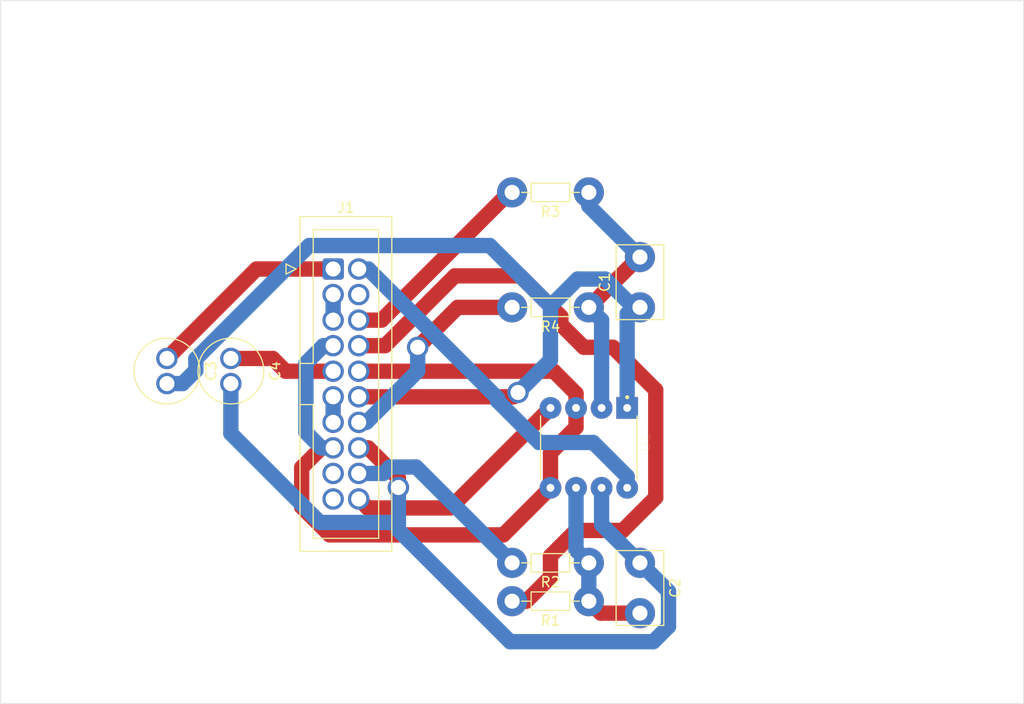
<source format=kicad_pcb>
(kicad_pcb (version 20171130) (host pcbnew "(5.1.9-0-10_14)")

  (general
    (thickness 1.6)
    (drawings 8)
    (tracks 106)
    (zones 0)
    (modules 10)
    (nets 19)
  )

  (page A4)
  (layers
    (0 F.Cu signal)
    (31 B.Cu signal)
    (32 B.Adhes user)
    (33 F.Adhes user)
    (34 B.Paste user)
    (35 F.Paste user)
    (36 B.SilkS user)
    (37 F.SilkS user)
    (38 B.Mask user)
    (39 F.Mask user)
    (40 Dwgs.User user)
    (41 Cmts.User user)
    (42 Eco1.User user)
    (43 Eco2.User user)
    (44 Edge.Cuts user)
    (45 Margin user)
    (46 B.CrtYd user)
    (47 F.CrtYd user)
    (48 B.Fab user)
    (49 F.Fab user)
  )

  (setup
    (last_trace_width 1.524)
    (trace_clearance 0.508)
    (zone_clearance 0.508)
    (zone_45_only no)
    (trace_min 0.2)
    (via_size 2.125)
    (via_drill 1.5)
    (via_min_size 0.4)
    (via_min_drill 0.3)
    (uvia_size 0.3)
    (uvia_drill 0.1)
    (uvias_allowed no)
    (uvia_min_size 0.2)
    (uvia_min_drill 0.1)
    (edge_width 0.05)
    (segment_width 0.2)
    (pcb_text_width 0.3)
    (pcb_text_size 1.5 1.5)
    (mod_edge_width 0.12)
    (mod_text_size 1 1)
    (mod_text_width 0.15)
    (pad_size 1.524 1.524)
    (pad_drill 0.762)
    (pad_to_mask_clearance 0)
    (aux_axis_origin 295.91 829.31)
    (grid_origin 295.91 829.31)
    (visible_elements 7FFFFFFF)
    (pcbplotparams
      (layerselection 0x00000_ffffffff)
      (usegerberextensions false)
      (usegerberattributes true)
      (usegerberadvancedattributes true)
      (creategerberjobfile true)
      (excludeedgelayer true)
      (linewidth 0.100000)
      (plotframeref false)
      (viasonmask false)
      (mode 1)
      (useauxorigin true)
      (hpglpennumber 1)
      (hpglpenspeed 20)
      (hpglpendiameter 15.000000)
      (psnegative false)
      (psa4output false)
      (plotreference false)
      (plotvalue false)
      (plotinvisibletext false)
      (padsonsilk false)
      (subtractmaskfromsilk false)
      (outputformat 1)
      (mirror false)
      (drillshape 0)
      (scaleselection 1)
      (outputdirectory ""))
  )

  (net 0 "")
  (net 1 "Net-(C1-Pad1)")
  (net 2 "Net-(C1-Pad2)")
  (net 3 "Net-(C2-Pad2)")
  (net 4 "Net-(C2-Pad1)")
  (net 5 "Net-(C3-Pad1)")
  (net 6 "Net-(C4-Pad1)")
  (net 7 "Net-(J1-Pad2)")
  (net 8 "Net-(J1-Pad6)")
  (net 9 "Net-(J1-Pad11)")
  (net 10 "Net-(J1-Pad17)")
  (net 11 "Net-(J1-Pad19)")
  (net 12 GND)
  (net 13 "Net-(J1-Pad14)")
  (net 14 "Net-(J1-Pad18)")
  (net 15 "Net-(J1-Pad20)")
  (net 16 "Net-(J1-Pad3)")
  (net 17 "Net-(J1-Pad4)")
  (net 18 "Net-(J1-Pad8)")

  (net_class Default "This is the default net class."
    (clearance 0.508)
    (trace_width 1.524)
    (via_dia 2.125)
    (via_drill 1.5)
    (uvia_dia 0.3)
    (uvia_drill 0.1)
    (add_net GND)
    (add_net "Net-(C1-Pad1)")
    (add_net "Net-(C1-Pad2)")
    (add_net "Net-(C2-Pad1)")
    (add_net "Net-(C2-Pad2)")
    (add_net "Net-(C3-Pad1)")
    (add_net "Net-(C4-Pad1)")
    (add_net "Net-(J1-Pad11)")
    (add_net "Net-(J1-Pad14)")
    (add_net "Net-(J1-Pad17)")
    (add_net "Net-(J1-Pad18)")
    (add_net "Net-(J1-Pad19)")
    (add_net "Net-(J1-Pad2)")
    (add_net "Net-(J1-Pad20)")
    (add_net "Net-(J1-Pad3)")
    (add_net "Net-(J1-Pad4)")
    (add_net "Net-(J1-Pad6)")
    (add_net "Net-(J1-Pad8)")
  )

  (module Capacitor_THT:C_Rect_L7.2mm_W4.5mm_P5.00mm_FKS2_FKP2_MKS2_MKP2 (layer F.Cu) (tedit 608C8B30) (tstamp 607FA680)
    (at 359.41 789.94 90)
    (descr "C, Rect series, Radial, pin pitch=5.00mm, , length*width=7.2*4.5mm^2, Capacitor, http://www.wima.com/EN/WIMA_FKS_2.pdf")
    (tags "C Rect series Radial pin pitch 5.00mm  length 7.2mm width 4.5mm Capacitor")
    (path /60866F30)
    (fp_text reference C1 (at 2.5 -3.5 90) (layer F.SilkS)
      (effects (font (size 1 1) (thickness 0.15)))
    )
    (fp_text value 47pF (at 2.5 3.5 90) (layer F.Fab)
      (effects (font (size 1 1) (thickness 0.15)))
    )
    (fp_line (start 6.35 -2.5) (end -1.35 -2.5) (layer F.CrtYd) (width 0.05))
    (fp_line (start 6.35 2.5) (end 6.35 -2.5) (layer F.CrtYd) (width 0.05))
    (fp_line (start -1.35 2.5) (end 6.35 2.5) (layer F.CrtYd) (width 0.05))
    (fp_line (start -1.35 -2.5) (end -1.35 2.5) (layer F.CrtYd) (width 0.05))
    (fp_line (start 6.22 -2.37) (end 6.22 2.37) (layer F.SilkS) (width 0.12))
    (fp_line (start -1.22 -2.37) (end -1.22 2.37) (layer F.SilkS) (width 0.12))
    (fp_line (start -1.22 2.37) (end 6.22 2.37) (layer F.SilkS) (width 0.12))
    (fp_line (start -1.22 -2.37) (end 6.22 -2.37) (layer F.SilkS) (width 0.12))
    (fp_line (start 6.1 -2.25) (end -1.1 -2.25) (layer F.Fab) (width 0.1))
    (fp_line (start 6.1 2.25) (end 6.1 -2.25) (layer F.Fab) (width 0.1))
    (fp_line (start -1.1 2.25) (end 6.1 2.25) (layer F.Fab) (width 0.1))
    (fp_line (start -1.1 -2.25) (end -1.1 2.25) (layer F.Fab) (width 0.1))
    (fp_text user %R (at 2.5 0 90) (layer F.Fab)
      (effects (font (size 1 1) (thickness 0.15)))
    )
    (pad 2 thru_hole circle (at 5 0 90) (size 3 3) (drill 1.5) (layers *.Cu *.Mask)
      (net 2 "Net-(C1-Pad2)"))
    (pad 1 thru_hole circle (at 0 0 90) (size 3 3) (drill 1.5) (layers *.Cu *.Mask)
      (net 1 "Net-(C1-Pad1)"))
    (model ${KISYS3DMOD}/Capacitor_THT.3dshapes/C_Rect_L7.2mm_W4.5mm_P5.00mm_FKS2_FKP2_MKS2_MKP2.wrl
      (at (xyz 0 0 0))
      (scale (xyz 1 1 1))
      (rotate (xyz 0 0 0))
    )
  )

  (module Capacitor_THT:C_Rect_L7.2mm_W4.5mm_P5.00mm_FKS2_FKP2_MKS2_MKP2 (layer F.Cu) (tedit 608C8B30) (tstamp 607FA29C)
    (at 359.41 815.34 270)
    (descr "C, Rect series, Radial, pin pitch=5.00mm, , length*width=7.2*4.5mm^2, Capacitor, http://www.wima.com/EN/WIMA_FKS_2.pdf")
    (tags "C Rect series Radial pin pitch 5.00mm  length 7.2mm width 4.5mm Capacitor")
    (path /60867446)
    (fp_text reference C2 (at 2.5 -3.5 90) (layer F.SilkS)
      (effects (font (size 1 1) (thickness 0.15)))
    )
    (fp_text value 47pF (at 2.5 3.5 90) (layer F.Fab)
      (effects (font (size 1 1) (thickness 0.15)))
    )
    (fp_line (start 6.35 -2.5) (end -1.35 -2.5) (layer F.CrtYd) (width 0.05))
    (fp_line (start 6.35 2.5) (end 6.35 -2.5) (layer F.CrtYd) (width 0.05))
    (fp_line (start -1.35 2.5) (end 6.35 2.5) (layer F.CrtYd) (width 0.05))
    (fp_line (start -1.35 -2.5) (end -1.35 2.5) (layer F.CrtYd) (width 0.05))
    (fp_line (start 6.22 -2.37) (end 6.22 2.37) (layer F.SilkS) (width 0.12))
    (fp_line (start -1.22 -2.37) (end -1.22 2.37) (layer F.SilkS) (width 0.12))
    (fp_line (start -1.22 2.37) (end 6.22 2.37) (layer F.SilkS) (width 0.12))
    (fp_line (start -1.22 -2.37) (end 6.22 -2.37) (layer F.SilkS) (width 0.12))
    (fp_line (start 6.1 -2.25) (end -1.1 -2.25) (layer F.Fab) (width 0.1))
    (fp_line (start 6.1 2.25) (end 6.1 -2.25) (layer F.Fab) (width 0.1))
    (fp_line (start -1.1 2.25) (end 6.1 2.25) (layer F.Fab) (width 0.1))
    (fp_line (start -1.1 -2.25) (end -1.1 2.25) (layer F.Fab) (width 0.1))
    (fp_text user %R (at 2.5 0 90) (layer F.Fab)
      (effects (font (size 1 1) (thickness 0.15)))
    )
    (pad 2 thru_hole circle (at 5 0 270) (size 3 3) (drill 1.5) (layers *.Cu *.Mask)
      (net 3 "Net-(C2-Pad2)"))
    (pad 1 thru_hole circle (at 0 0 270) (size 3 3) (drill 1.5) (layers *.Cu *.Mask)
      (net 4 "Net-(C2-Pad1)"))
    (model ${KISYS3DMOD}/Capacitor_THT.3dshapes/C_Rect_L7.2mm_W4.5mm_P5.00mm_FKS2_FKP2_MKS2_MKP2.wrl
      (at (xyz 0 0 0))
      (scale (xyz 1 1 1))
      (rotate (xyz 0 0 0))
    )
  )

  (module Resistor_THT:R_Axial_DIN0204_L3.6mm_D1.6mm_P7.62mm_Horizontal (layer F.Cu) (tedit 608C8A4C) (tstamp 607FA636)
    (at 354.33 819.15 180)
    (descr "Resistor, Axial_DIN0204 series, Axial, Horizontal, pin pitch=7.62mm, 0.167W, length*diameter=3.6*1.6mm^2, http://cdn-reichelt.de/documents/datenblatt/B400/1_4W%23YAG.pdf")
    (tags "Resistor Axial_DIN0204 series Axial Horizontal pin pitch 7.62mm 0.167W length 3.6mm diameter 1.6mm")
    (path /607D2DA3)
    (fp_text reference R1 (at 3.81 -1.92) (layer F.SilkS)
      (effects (font (size 1 1) (thickness 0.15)))
    )
    (fp_text value 47K (at 3.81 1.92) (layer F.Fab)
      (effects (font (size 1 1) (thickness 0.15)))
    )
    (fp_line (start 8.57 -1.05) (end -0.95 -1.05) (layer F.CrtYd) (width 0.05))
    (fp_line (start 8.57 1.05) (end 8.57 -1.05) (layer F.CrtYd) (width 0.05))
    (fp_line (start -0.95 1.05) (end 8.57 1.05) (layer F.CrtYd) (width 0.05))
    (fp_line (start -0.95 -1.05) (end -0.95 1.05) (layer F.CrtYd) (width 0.05))
    (fp_line (start 6.68 0) (end 5.73 0) (layer F.SilkS) (width 0.12))
    (fp_line (start 0.94 0) (end 1.89 0) (layer F.SilkS) (width 0.12))
    (fp_line (start 5.73 -0.92) (end 1.89 -0.92) (layer F.SilkS) (width 0.12))
    (fp_line (start 5.73 0.92) (end 5.73 -0.92) (layer F.SilkS) (width 0.12))
    (fp_line (start 1.89 0.92) (end 5.73 0.92) (layer F.SilkS) (width 0.12))
    (fp_line (start 1.89 -0.92) (end 1.89 0.92) (layer F.SilkS) (width 0.12))
    (fp_line (start 7.62 0) (end 5.61 0) (layer F.Fab) (width 0.1))
    (fp_line (start 0 0) (end 2.01 0) (layer F.Fab) (width 0.1))
    (fp_line (start 5.61 -0.8) (end 2.01 -0.8) (layer F.Fab) (width 0.1))
    (fp_line (start 5.61 0.8) (end 5.61 -0.8) (layer F.Fab) (width 0.1))
    (fp_line (start 2.01 0.8) (end 5.61 0.8) (layer F.Fab) (width 0.1))
    (fp_line (start 2.01 -0.8) (end 2.01 0.8) (layer F.Fab) (width 0.1))
    (fp_text user %R (at 3.81 0) (layer F.Fab)
      (effects (font (size 0.72 0.72) (thickness 0.108)))
    )
    (pad 2 thru_hole circle (at 7.62 0 180) (size 3 3) (drill 1.5) (layers *.Cu *.Mask)
      (net 18 "Net-(J1-Pad8)"))
    (pad 1 thru_hole circle (at 0 0 180) (size 3 3) (drill 1.5) (layers *.Cu *.Mask)
      (net 3 "Net-(C2-Pad2)"))
    (model ${KISYS3DMOD}/Resistor_THT.3dshapes/R_Axial_DIN0204_L3.6mm_D1.6mm_P7.62mm_Horizontal.wrl
      (at (xyz 0 0 0))
      (scale (xyz 1 1 1))
      (rotate (xyz 0 0 0))
    )
  )

  (module Resistor_THT:R_Axial_DIN0204_L3.6mm_D1.6mm_P7.62mm_Horizontal (layer F.Cu) (tedit 608C8A4C) (tstamp 607FA5F4)
    (at 354.33 815.34 180)
    (descr "Resistor, Axial_DIN0204 series, Axial, Horizontal, pin pitch=7.62mm, 0.167W, length*diameter=3.6*1.6mm^2, http://cdn-reichelt.de/documents/datenblatt/B400/1_4W%23YAG.pdf")
    (tags "Resistor Axial_DIN0204 series Axial Horizontal pin pitch 7.62mm 0.167W length 3.6mm diameter 1.6mm")
    (path /608A00D1)
    (fp_text reference R2 (at 3.81 -1.92) (layer F.SilkS)
      (effects (font (size 1 1) (thickness 0.15)))
    )
    (fp_text value 22K (at 3.81 1.92) (layer F.Fab)
      (effects (font (size 1 1) (thickness 0.15)))
    )
    (fp_line (start 8.57 -1.05) (end -0.95 -1.05) (layer F.CrtYd) (width 0.05))
    (fp_line (start 8.57 1.05) (end 8.57 -1.05) (layer F.CrtYd) (width 0.05))
    (fp_line (start -0.95 1.05) (end 8.57 1.05) (layer F.CrtYd) (width 0.05))
    (fp_line (start -0.95 -1.05) (end -0.95 1.05) (layer F.CrtYd) (width 0.05))
    (fp_line (start 6.68 0) (end 5.73 0) (layer F.SilkS) (width 0.12))
    (fp_line (start 0.94 0) (end 1.89 0) (layer F.SilkS) (width 0.12))
    (fp_line (start 5.73 -0.92) (end 1.89 -0.92) (layer F.SilkS) (width 0.12))
    (fp_line (start 5.73 0.92) (end 5.73 -0.92) (layer F.SilkS) (width 0.12))
    (fp_line (start 1.89 0.92) (end 5.73 0.92) (layer F.SilkS) (width 0.12))
    (fp_line (start 1.89 -0.92) (end 1.89 0.92) (layer F.SilkS) (width 0.12))
    (fp_line (start 7.62 0) (end 5.61 0) (layer F.Fab) (width 0.1))
    (fp_line (start 0 0) (end 2.01 0) (layer F.Fab) (width 0.1))
    (fp_line (start 5.61 -0.8) (end 2.01 -0.8) (layer F.Fab) (width 0.1))
    (fp_line (start 5.61 0.8) (end 5.61 -0.8) (layer F.Fab) (width 0.1))
    (fp_line (start 2.01 0.8) (end 5.61 0.8) (layer F.Fab) (width 0.1))
    (fp_line (start 2.01 -0.8) (end 2.01 0.8) (layer F.Fab) (width 0.1))
    (fp_text user %R (at 3.81 0) (layer F.Fab)
      (effects (font (size 0.72 0.72) (thickness 0.108)))
    )
    (pad 2 thru_hole circle (at 7.62 0 180) (size 3 3) (drill 1.5) (layers *.Cu *.Mask)
      (net 14 "Net-(J1-Pad18)"))
    (pad 1 thru_hole circle (at 0 0 180) (size 3 3) (drill 1.5) (layers *.Cu *.Mask)
      (net 3 "Net-(C2-Pad2)"))
    (model ${KISYS3DMOD}/Resistor_THT.3dshapes/R_Axial_DIN0204_L3.6mm_D1.6mm_P7.62mm_Horizontal.wrl
      (at (xyz 0 0 0))
      (scale (xyz 1 1 1))
      (rotate (xyz 0 0 0))
    )
  )

  (module Resistor_THT:R_Axial_DIN0204_L3.6mm_D1.6mm_P7.62mm_Horizontal (layer F.Cu) (tedit 608C8A4C) (tstamp 607FA570)
    (at 354.33 789.94 180)
    (descr "Resistor, Axial_DIN0204 series, Axial, Horizontal, pin pitch=7.62mm, 0.167W, length*diameter=3.6*1.6mm^2, http://cdn-reichelt.de/documents/datenblatt/B400/1_4W%23YAG.pdf")
    (tags "Resistor Axial_DIN0204 series Axial Horizontal pin pitch 7.62mm 0.167W length 3.6mm diameter 1.6mm")
    (path /6087FBEE)
    (fp_text reference R4 (at 3.81 -1.92) (layer F.SilkS)
      (effects (font (size 1 1) (thickness 0.15)))
    )
    (fp_text value 22K (at 3.81 1.92) (layer F.Fab)
      (effects (font (size 1 1) (thickness 0.15)))
    )
    (fp_line (start 8.57 -1.05) (end -0.95 -1.05) (layer F.CrtYd) (width 0.05))
    (fp_line (start 8.57 1.05) (end 8.57 -1.05) (layer F.CrtYd) (width 0.05))
    (fp_line (start -0.95 1.05) (end 8.57 1.05) (layer F.CrtYd) (width 0.05))
    (fp_line (start -0.95 -1.05) (end -0.95 1.05) (layer F.CrtYd) (width 0.05))
    (fp_line (start 6.68 0) (end 5.73 0) (layer F.SilkS) (width 0.12))
    (fp_line (start 0.94 0) (end 1.89 0) (layer F.SilkS) (width 0.12))
    (fp_line (start 5.73 -0.92) (end 1.89 -0.92) (layer F.SilkS) (width 0.12))
    (fp_line (start 5.73 0.92) (end 5.73 -0.92) (layer F.SilkS) (width 0.12))
    (fp_line (start 1.89 0.92) (end 5.73 0.92) (layer F.SilkS) (width 0.12))
    (fp_line (start 1.89 -0.92) (end 1.89 0.92) (layer F.SilkS) (width 0.12))
    (fp_line (start 7.62 0) (end 5.61 0) (layer F.Fab) (width 0.1))
    (fp_line (start 0 0) (end 2.01 0) (layer F.Fab) (width 0.1))
    (fp_line (start 5.61 -0.8) (end 2.01 -0.8) (layer F.Fab) (width 0.1))
    (fp_line (start 5.61 0.8) (end 5.61 -0.8) (layer F.Fab) (width 0.1))
    (fp_line (start 2.01 0.8) (end 5.61 0.8) (layer F.Fab) (width 0.1))
    (fp_line (start 2.01 -0.8) (end 2.01 0.8) (layer F.Fab) (width 0.1))
    (fp_text user %R (at 3.81 0) (layer F.Fab)
      (effects (font (size 0.72 0.72) (thickness 0.108)))
    )
    (pad 2 thru_hole circle (at 7.62 0 180) (size 3 3) (drill 1.5) (layers *.Cu *.Mask)
      (net 13 "Net-(J1-Pad14)"))
    (pad 1 thru_hole circle (at 0 0 180) (size 3 3) (drill 1.5) (layers *.Cu *.Mask)
      (net 2 "Net-(C1-Pad2)"))
    (model ${KISYS3DMOD}/Resistor_THT.3dshapes/R_Axial_DIN0204_L3.6mm_D1.6mm_P7.62mm_Horizontal.wrl
      (at (xyz 0 0 0))
      (scale (xyz 1 1 1))
      (rotate (xyz 0 0 0))
    )
  )

  (module Resistor_THT:R_Axial_DIN0204_L3.6mm_D1.6mm_P7.62mm_Horizontal (layer F.Cu) (tedit 608C8A4C) (tstamp 607FA5B2)
    (at 354.33 778.51 180)
    (descr "Resistor, Axial_DIN0204 series, Axial, Horizontal, pin pitch=7.62mm, 0.167W, length*diameter=3.6*1.6mm^2, http://cdn-reichelt.de/documents/datenblatt/B400/1_4W%23YAG.pdf")
    (tags "Resistor Axial_DIN0204 series Axial Horizontal pin pitch 7.62mm 0.167W length 3.6mm diameter 1.6mm")
    (path /607D271B)
    (fp_text reference R3 (at 3.81 -1.92) (layer F.SilkS)
      (effects (font (size 1 1) (thickness 0.15)))
    )
    (fp_text value 47K (at 3.81 1.92) (layer F.Fab)
      (effects (font (size 1 1) (thickness 0.15)))
    )
    (fp_line (start 8.57 -1.05) (end -0.95 -1.05) (layer F.CrtYd) (width 0.05))
    (fp_line (start 8.57 1.05) (end 8.57 -1.05) (layer F.CrtYd) (width 0.05))
    (fp_line (start -0.95 1.05) (end 8.57 1.05) (layer F.CrtYd) (width 0.05))
    (fp_line (start -0.95 -1.05) (end -0.95 1.05) (layer F.CrtYd) (width 0.05))
    (fp_line (start 6.68 0) (end 5.73 0) (layer F.SilkS) (width 0.12))
    (fp_line (start 0.94 0) (end 1.89 0) (layer F.SilkS) (width 0.12))
    (fp_line (start 5.73 -0.92) (end 1.89 -0.92) (layer F.SilkS) (width 0.12))
    (fp_line (start 5.73 0.92) (end 5.73 -0.92) (layer F.SilkS) (width 0.12))
    (fp_line (start 1.89 0.92) (end 5.73 0.92) (layer F.SilkS) (width 0.12))
    (fp_line (start 1.89 -0.92) (end 1.89 0.92) (layer F.SilkS) (width 0.12))
    (fp_line (start 7.62 0) (end 5.61 0) (layer F.Fab) (width 0.1))
    (fp_line (start 0 0) (end 2.01 0) (layer F.Fab) (width 0.1))
    (fp_line (start 5.61 -0.8) (end 2.01 -0.8) (layer F.Fab) (width 0.1))
    (fp_line (start 5.61 0.8) (end 5.61 -0.8) (layer F.Fab) (width 0.1))
    (fp_line (start 2.01 0.8) (end 5.61 0.8) (layer F.Fab) (width 0.1))
    (fp_line (start 2.01 -0.8) (end 2.01 0.8) (layer F.Fab) (width 0.1))
    (fp_text user %R (at 3.81 0) (layer F.Fab)
      (effects (font (size 0.72 0.72) (thickness 0.108)))
    )
    (pad 2 thru_hole circle (at 7.62 0 180) (size 3 3) (drill 1.5) (layers *.Cu *.Mask)
      (net 8 "Net-(J1-Pad6)"))
    (pad 1 thru_hole circle (at 0 0 180) (size 3 3) (drill 1.5) (layers *.Cu *.Mask)
      (net 2 "Net-(C1-Pad2)"))
    (model ${KISYS3DMOD}/Resistor_THT.3dshapes/R_Axial_DIN0204_L3.6mm_D1.6mm_P7.62mm_Horizontal.wrl
      (at (xyz 0 0 0))
      (scale (xyz 1 1 1))
      (rotate (xyz 0 0 0))
    )
  )

  (module Capacitor_THT:C_Radial_D6.3mm_H11.0mm_P2.50mm (layer F.Cu) (tedit 608C8921) (tstamp 608CFD22)
    (at 318.77 795.02 270)
    (descr "C, Radial series, Radial, pin pitch=2.50mm, diameter=6.3mm, height=11mm, Non-Polar Electrolytic Capacitor")
    (tags "C Radial series Radial pin pitch 2.50mm diameter 6.3mm height 11mm Non-Polar Electrolytic Capacitor")
    (path /60817CD0)
    (fp_text reference C4 (at 1.25 -4.4 90) (layer F.SilkS)
      (effects (font (size 1 1) (thickness 0.15)))
    )
    (fp_text value 100uF (at 1.25 4.4 90) (layer F.Fab)
      (effects (font (size 1 1) (thickness 0.15)))
    )
    (fp_circle (center 1.25 0) (end 4.65 0) (layer F.CrtYd) (width 0.05))
    (fp_circle (center 1.25 0) (end 4.52 0) (layer F.SilkS) (width 0.12))
    (fp_circle (center 1.25 0) (end 4.4 0) (layer F.Fab) (width 0.1))
    (fp_text user %R (at 1.25 0 90) (layer F.Fab)
      (effects (font (size 1 1) (thickness 0.15)))
    )
    (pad 2 thru_hole circle (at 2.5 0 270) (size 2.125 2.125) (drill 1.5) (layers *.Cu *.Mask)
      (net 4 "Net-(C2-Pad1)"))
    (pad 1 thru_hole circle (at 0 0 270) (size 2.125 2.125) (drill 1.5) (layers *.Cu *.Mask)
      (net 6 "Net-(C4-Pad1)"))
    (model ${KISYS3DMOD}/Capacitor_THT.3dshapes/C_Radial_D6.3mm_H11.0mm_P2.50mm.wrl
      (at (xyz 0 0 0))
      (scale (xyz 1 1 1))
      (rotate (xyz 0 0 0))
    )
  )

  (module Capacitor_THT:C_Radial_D6.3mm_H11.0mm_P2.50mm (layer F.Cu) (tedit 608C8921) (tstamp 608CFD3D)
    (at 312.42 795.02 270)
    (descr "C, Radial series, Radial, pin pitch=2.50mm, diameter=6.3mm, height=11mm, Non-Polar Electrolytic Capacitor")
    (tags "C Radial series Radial pin pitch 2.50mm diameter 6.3mm height 11mm Non-Polar Electrolytic Capacitor")
    (path /60819D8E)
    (fp_text reference C3 (at 1.25 -4.4 270) (layer F.SilkS)
      (effects (font (size 1 1) (thickness 0.15)))
    )
    (fp_text value 100uF (at 1.25 4.4 270) (layer F.Fab)
      (effects (font (size 1 1) (thickness 0.15)))
    )
    (fp_circle (center 1.25 0) (end 4.65 0) (layer F.CrtYd) (width 0.05))
    (fp_circle (center 1.25 0) (end 4.52 0) (layer F.SilkS) (width 0.12))
    (fp_circle (center 1.25 0) (end 4.4 0) (layer F.Fab) (width 0.1))
    (fp_text user %R (at 1.25 0 270) (layer F.Fab)
      (effects (font (size 1 1) (thickness 0.15)))
    )
    (pad 2 thru_hole circle (at 2.5 0 270) (size 2.125 2.125) (drill 1.5) (layers *.Cu *.Mask)
      (net 1 "Net-(C1-Pad1)"))
    (pad 1 thru_hole circle (at 0 0 270) (size 2.125 2.125) (drill 1.5) (layers *.Cu *.Mask)
      (net 5 "Net-(C3-Pad1)"))
    (model ${KISYS3DMOD}/Capacitor_THT.3dshapes/C_Radial_D6.3mm_H11.0mm_P2.50mm.wrl
      (at (xyz 0 0 0))
      (scale (xyz 1 1 1))
      (rotate (xyz 0 0 0))
    )
  )

  (module Connector_IDC:IDC-Header_2x10_P2.54mm_Vertical (layer F.Cu) (tedit 608C8761) (tstamp 608CFD96)
    (at 328.93 786.13)
    (descr "Through hole IDC box header, 2x10, 2.54mm pitch, DIN 41651 / IEC 60603-13, double rows, https://docs.google.com/spreadsheets/d/16SsEcesNF15N3Lb4niX7dcUr-NY5_MFPQhobNuNppn4/edit#gid=0")
    (tags "Through hole vertical IDC box header THT 2x10 2.54mm double row")
    (path /607D5126)
    (fp_text reference J1 (at 1.27 -6.1) (layer F.SilkS)
      (effects (font (size 1 1) (thickness 0.15)))
    )
    (fp_text value I/O (at 1.27 28.96) (layer F.Fab)
      (effects (font (size 1 1) (thickness 0.15)))
    )
    (fp_line (start 6.22 -5.6) (end -3.68 -5.6) (layer F.CrtYd) (width 0.05))
    (fp_line (start 6.22 28.46) (end 6.22 -5.6) (layer F.CrtYd) (width 0.05))
    (fp_line (start -3.68 28.46) (end 6.22 28.46) (layer F.CrtYd) (width 0.05))
    (fp_line (start -3.68 -5.6) (end -3.68 28.46) (layer F.CrtYd) (width 0.05))
    (fp_line (start -4.68 0.5) (end -3.68 0) (layer F.SilkS) (width 0.12))
    (fp_line (start -4.68 -0.5) (end -4.68 0.5) (layer F.SilkS) (width 0.12))
    (fp_line (start -3.68 0) (end -4.68 -0.5) (layer F.SilkS) (width 0.12))
    (fp_line (start -1.98 13.48) (end -3.29 13.48) (layer F.SilkS) (width 0.12))
    (fp_line (start -1.98 13.48) (end -1.98 13.48) (layer F.SilkS) (width 0.12))
    (fp_line (start -1.98 26.77) (end -1.98 13.48) (layer F.SilkS) (width 0.12))
    (fp_line (start 4.52 26.77) (end -1.98 26.77) (layer F.SilkS) (width 0.12))
    (fp_line (start 4.52 -3.91) (end 4.52 26.77) (layer F.SilkS) (width 0.12))
    (fp_line (start -1.98 -3.91) (end 4.52 -3.91) (layer F.SilkS) (width 0.12))
    (fp_line (start -1.98 9.38) (end -1.98 -3.91) (layer F.SilkS) (width 0.12))
    (fp_line (start -3.29 9.38) (end -1.98 9.38) (layer F.SilkS) (width 0.12))
    (fp_line (start -3.29 28.07) (end -3.29 -5.21) (layer F.SilkS) (width 0.12))
    (fp_line (start 5.83 28.07) (end -3.29 28.07) (layer F.SilkS) (width 0.12))
    (fp_line (start 5.83 -5.21) (end 5.83 28.07) (layer F.SilkS) (width 0.12))
    (fp_line (start -3.29 -5.21) (end 5.83 -5.21) (layer F.SilkS) (width 0.12))
    (fp_line (start -1.98 13.48) (end -3.18 13.48) (layer F.Fab) (width 0.1))
    (fp_line (start -1.98 13.48) (end -1.98 13.48) (layer F.Fab) (width 0.1))
    (fp_line (start -1.98 26.77) (end -1.98 13.48) (layer F.Fab) (width 0.1))
    (fp_line (start 4.52 26.77) (end -1.98 26.77) (layer F.Fab) (width 0.1))
    (fp_line (start 4.52 -3.91) (end 4.52 26.77) (layer F.Fab) (width 0.1))
    (fp_line (start -1.98 -3.91) (end 4.52 -3.91) (layer F.Fab) (width 0.1))
    (fp_line (start -1.98 9.38) (end -1.98 -3.91) (layer F.Fab) (width 0.1))
    (fp_line (start -3.18 9.38) (end -1.98 9.38) (layer F.Fab) (width 0.1))
    (fp_line (start -3.18 27.96) (end -3.18 -4.1) (layer F.Fab) (width 0.1))
    (fp_line (start 5.72 27.96) (end -3.18 27.96) (layer F.Fab) (width 0.1))
    (fp_line (start 5.72 -5.1) (end 5.72 27.96) (layer F.Fab) (width 0.1))
    (fp_line (start -2.18 -5.1) (end 5.72 -5.1) (layer F.Fab) (width 0.1))
    (fp_line (start -3.18 -4.1) (end -2.18 -5.1) (layer F.Fab) (width 0.1))
    (fp_text user %R (at 1.27 11.43 90) (layer F.Fab)
      (effects (font (size 1 1) (thickness 0.15)))
    )
    (pad 1 thru_hole roundrect (at 0 0) (size 2.125 2.125) (drill 1.5) (layers *.Cu *.Mask) (roundrect_rratio 0.147)
      (net 5 "Net-(C3-Pad1)"))
    (pad 3 thru_hole circle (at 0 2.54) (size 2.125 2.125) (drill 1.5) (layers *.Cu *.Mask)
      (net 16 "Net-(J1-Pad3)"))
    (pad 5 thru_hole circle (at 0 5.08) (size 2.125 2.125) (drill 1.5) (layers *.Cu *.Mask)
      (net 16 "Net-(J1-Pad3)"))
    (pad 7 thru_hole circle (at 0 7.62) (size 2.125 2.125) (drill 1.5) (layers *.Cu *.Mask)
      (net 12 GND))
    (pad 9 thru_hole circle (at 0 10.16) (size 2.125 2.125) (drill 1.5) (layers *.Cu *.Mask)
      (net 6 "Net-(C4-Pad1)"))
    (pad 11 thru_hole circle (at 0 12.7) (size 2.125 2.125) (drill 1.5) (layers *.Cu *.Mask)
      (net 9 "Net-(J1-Pad11)"))
    (pad 13 thru_hole circle (at 0 15.24) (size 2.125 2.125) (drill 1.5) (layers *.Cu *.Mask)
      (net 9 "Net-(J1-Pad11)"))
    (pad 15 thru_hole circle (at 0 17.78) (size 2.125 2.125) (drill 1.5) (layers *.Cu *.Mask)
      (net 12 GND))
    (pad 17 thru_hole circle (at 0 20.32) (size 2.125 2.125) (drill 1.5) (layers *.Cu *.Mask)
      (net 10 "Net-(J1-Pad17)"))
    (pad 19 thru_hole circle (at 0 22.86) (size 2.125 2.125) (drill 1.5) (layers *.Cu *.Mask)
      (net 11 "Net-(J1-Pad19)"))
    (pad 2 thru_hole circle (at 2.54 0) (size 2.125 2.125) (drill 1.5) (layers *.Cu *.Mask)
      (net 7 "Net-(J1-Pad2)"))
    (pad 4 thru_hole circle (at 2.54 2.54) (size 2.125 2.125) (drill 1.5) (layers *.Cu *.Mask)
      (net 17 "Net-(J1-Pad4)"))
    (pad 6 thru_hole circle (at 2.54 5.08) (size 2.125 2.125) (drill 1.5) (layers *.Cu *.Mask)
      (net 8 "Net-(J1-Pad6)"))
    (pad 8 thru_hole circle (at 2.54 7.62) (size 2.125 2.125) (drill 1.5) (layers *.Cu *.Mask)
      (net 18 "Net-(J1-Pad8)"))
    (pad 10 thru_hole circle (at 2.54 10.16) (size 2.125 2.125) (drill 1.5) (layers *.Cu *.Mask)
      (net 12 GND))
    (pad 12 thru_hole circle (at 2.54 12.7) (size 2.125 2.125) (drill 1.5) (layers *.Cu *.Mask)
      (net 1 "Net-(C1-Pad1)"))
    (pad 14 thru_hole circle (at 2.54 15.24) (size 2.125 2.125) (drill 1.5) (layers *.Cu *.Mask)
      (net 13 "Net-(J1-Pad14)"))
    (pad 16 thru_hole circle (at 2.54 17.78) (size 2.125 2.125) (drill 1.5) (layers *.Cu *.Mask)
      (net 4 "Net-(C2-Pad1)"))
    (pad 18 thru_hole circle (at 2.54 20.32) (size 2.125 2.125) (drill 1.5) (layers *.Cu *.Mask)
      (net 14 "Net-(J1-Pad18)"))
    (pad 20 thru_hole circle (at 2.54 22.86) (size 2.125 2.125) (drill 1.5) (layers *.Cu *.Mask)
      (net 15 "Net-(J1-Pad20)"))
    (model ${KISYS3DMOD}/Connector_IDC.3dshapes/IDC-Header_2x10_P2.54mm_Vertical.wrl
      (at (xyz 0 0 0))
      (scale (xyz 1 1 1))
      (rotate (xyz 0 0 0))
    )
  )

  (module DIP794W45P254L959H508Q8 (layer F.Cu) (tedit 60722085) (tstamp 607FA52C)
    (at 354.33 803.91 270)
    (path /607D1D41)
    (fp_text reference U1 (at -0.565 -5.607 90) (layer F.SilkS)
      (effects (font (size 1 1) (thickness 0.015)))
    )
    (fp_text value LM833N (at 10.865 5.607 90) (layer F.Fab)
      (effects (font (size 1 1) (thickness 0.015)))
    )
    (fp_line (start -4.785 -5.045) (end -4.785 5.045) (layer F.CrtYd) (width 0.05))
    (fp_line (start 4.785 -5.045) (end 4.785 5.045) (layer F.CrtYd) (width 0.05))
    (fp_line (start 4.785 5.045) (end -4.785 5.045) (layer F.CrtYd) (width 0.05))
    (fp_line (start 4.785 -5.045) (end -4.785 -5.045) (layer F.CrtYd) (width 0.05))
    (fp_line (start 3.175 -4.795) (end 3.175 4.795) (layer F.Fab) (width 0.127))
    (fp_line (start -3.175 -4.795) (end -3.175 4.795) (layer F.Fab) (width 0.127))
    (fp_line (start -3.175 4.795) (end 3.175 4.795) (layer F.SilkS) (width 0.127))
    (fp_line (start -3.175 -4.795) (end 3.175 -4.795) (layer F.SilkS) (width 0.127))
    (fp_line (start -3.175 4.795) (end 3.175 4.795) (layer F.Fab) (width 0.127))
    (fp_line (start -3.175 -4.795) (end 3.175 -4.795) (layer F.Fab) (width 0.127))
    (fp_circle (center -5.035 -3.81) (end -4.935 -3.81) (layer F.Fab) (width 0.2))
    (fp_circle (center -5.035 -3.81) (end -4.935 -3.81) (layer F.SilkS) (width 0.2))
    (pad 1 thru_hole rect (at -3.97 -3.81 270) (size 2.159 2.159) (drill 0.78) (layers *.Cu *.Mask)
      (net 1 "Net-(C1-Pad1)"))
    (pad 2 thru_hole circle (at -3.97 -1.27 270) (size 2.159 2.159) (drill 0.78) (layers *.Cu *.Mask)
      (net 2 "Net-(C1-Pad2)"))
    (pad 3 thru_hole circle (at -3.97 1.27 270) (size 2.159 2.159) (drill 0.78) (layers *.Cu *.Mask)
      (net 12 GND))
    (pad 4 thru_hole circle (at -3.97 3.81 270) (size 2.159 2.159) (drill 0.78) (layers *.Cu *.Mask)
      (net 15 "Net-(J1-Pad20)"))
    (pad 5 thru_hole circle (at 3.97 3.81 270) (size 2.159 2.159) (drill 0.78) (layers *.Cu *.Mask)
      (net 12 GND))
    (pad 6 thru_hole circle (at 3.97 1.27 270) (size 2.159 2.159) (drill 0.78) (layers *.Cu *.Mask)
      (net 3 "Net-(C2-Pad2)"))
    (pad 7 thru_hole circle (at 3.97 -1.27 270) (size 2.159 2.159) (drill 0.78) (layers *.Cu *.Mask)
      (net 4 "Net-(C2-Pad1)"))
    (pad 8 thru_hole circle (at 3.97 -3.81 270) (size 2.159 2.159) (drill 0.78) (layers *.Cu *.Mask)
      (net 7 "Net-(J1-Pad2)"))
  )

  (gr_line (start 295.91 759.46) (end 295.91 829.31) (layer Edge.Cuts) (width 0.05) (tstamp 608D055B))
  (gr_line (start 397.51 759.46) (end 295.91 759.46) (layer Edge.Cuts) (width 0.05))
  (gr_line (start 397.51 829.31) (end 397.51 759.46) (layer Edge.Cuts) (width 0.05))
  (gr_line (start 295.91 829.31) (end 397.51 829.31) (layer Edge.Cuts) (width 0.05))
  (gr_line (start 295.91 759.46) (end 295.91 829.31) (layer Dwgs.User) (width 0.15))
  (gr_line (start 397.51 759.46) (end 295.91 759.46) (layer Dwgs.User) (width 0.15))
  (gr_line (start 397.51 829.31) (end 397.51 759.46) (layer Dwgs.User) (width 0.15))
  (gr_line (start 295.91 829.31) (end 397.51 829.31) (layer Dwgs.User) (width 0.15) (tstamp 607FA66C))

  (segment (start 350.52 789.821) (end 350.52 795.175) (width 1.524) (layer B.Cu) (net 1))
  (segment (start 350.52 795.175) (end 347.294 798.401) (width 1.524) (layer B.Cu) (net 1))
  (segment (start 358.775 789.94) (end 355.964 787.129) (width 1.524) (layer B.Cu) (net 1))
  (segment (start 355.964 787.129) (end 353.212 787.129) (width 1.524) (layer B.Cu) (net 1))
  (segment (start 353.212 787.129) (end 350.52 789.821) (width 1.524) (layer B.Cu) (net 1))
  (segment (start 350.52 789.821) (end 344.494 783.795) (width 1.524) (layer B.Cu) (net 1))
  (segment (start 344.494 783.795) (end 326.547 783.795) (width 1.524) (layer B.Cu) (net 1))
  (segment (start 326.547 783.795) (end 315.29 795.052) (width 1.524) (layer B.Cu) (net 1))
  (segment (start 315.29 795.052) (end 315.29 796.204) (width 1.524) (layer B.Cu) (net 1))
  (segment (start 315.29 796.204) (end 313.974 797.52) (width 1.524) (layer B.Cu) (net 1))
  (segment (start 313.974 797.52) (end 312.42 797.52) (width 1.524) (layer B.Cu) (net 1))
  (segment (start 358.14 799.94) (end 358.14 790.575) (width 1.524) (layer B.Cu) (net 1))
  (segment (start 358.14 790.575) (end 358.775 789.94) (width 1.524) (layer B.Cu) (net 1))
  (segment (start 359.41 789.94) (end 358.775 789.94) (width 1.524) (layer B.Cu) (net 1))
  (segment (start 347.294 798.401) (end 346.865 798.83) (width 1.524) (layer F.Cu) (net 1))
  (segment (start 346.865 798.83) (end 331.47 798.83) (width 1.524) (layer F.Cu) (net 1))
  (via (at 347.294 798.401) (size 2.125) (drill 1.5) (layers F.Cu B.Cu) (net 1))
  (segment (start 359.41 784.94) (end 359.33 784.94) (width 1.524) (layer F.Cu) (net 2))
  (segment (start 359.33 784.94) (end 354.33 789.94) (width 1.524) (layer F.Cu) (net 2))
  (segment (start 359.41 784.94) (end 354.33 779.86) (width 1.524) (layer B.Cu) (net 2))
  (segment (start 354.33 779.86) (end 354.33 778.51) (width 1.524) (layer B.Cu) (net 2))
  (segment (start 354.33 789.94) (end 355.6 791.21) (width 1.524) (layer B.Cu) (net 2))
  (segment (start 355.6 791.21) (end 355.6 799.94) (width 1.524) (layer B.Cu) (net 2))
  (segment (start 359.41 820.34) (end 355.52 820.34) (width 1.524) (layer F.Cu) (net 3))
  (segment (start 355.52 820.34) (end 354.33 819.15) (width 1.524) (layer F.Cu) (net 3))
  (segment (start 354.33 819.15) (end 354.33 815.34) (width 1.524) (layer B.Cu) (net 3))
  (segment (start 354.33 815.34) (end 353.06 814.07) (width 1.524) (layer B.Cu) (net 3))
  (segment (start 353.06 814.07) (end 353.06 807.88) (width 1.524) (layer B.Cu) (net 3))
  (segment (start 335.415 811.325) (end 335.415 807.847) (width 1.524) (layer B.Cu) (net 4))
  (segment (start 359.41 815.34) (end 362.247 818.177) (width 1.524) (layer B.Cu) (net 4))
  (segment (start 362.247 818.177) (end 362.247 821.672) (width 1.524) (layer B.Cu) (net 4))
  (segment (start 362.247 821.672) (end 360.741 823.178) (width 1.524) (layer B.Cu) (net 4))
  (segment (start 360.741 823.178) (end 346.509 823.178) (width 1.524) (layer B.Cu) (net 4))
  (segment (start 346.509 823.178) (end 335.415 812.084) (width 1.524) (layer B.Cu) (net 4))
  (segment (start 335.415 812.084) (end 335.415 811.325) (width 1.524) (layer B.Cu) (net 4))
  (segment (start 318.77 797.52) (end 318.77 802.482) (width 1.524) (layer B.Cu) (net 4))
  (segment (start 318.77 802.482) (end 327.613 811.325) (width 1.524) (layer B.Cu) (net 4))
  (segment (start 327.613 811.325) (end 335.415 811.325) (width 1.524) (layer B.Cu) (net 4))
  (segment (start 355.6 807.88) (end 355.6 811.53) (width 1.524) (layer B.Cu) (net 4))
  (segment (start 355.6 811.53) (end 359.41 815.34) (width 1.524) (layer B.Cu) (net 4))
  (segment (start 335.415 807.847) (end 335.415 806.913) (width 1.524) (layer F.Cu) (net 4))
  (segment (start 335.415 806.913) (end 332.412 803.91) (width 1.524) (layer F.Cu) (net 4))
  (segment (start 332.412 803.91) (end 331.47 803.91) (width 1.524) (layer F.Cu) (net 4))
  (via (at 335.415 807.847) (size 2.125) (drill 1.5) (layers F.Cu B.Cu) (net 4))
  (segment (start 312.42 795.02) (end 321.31 786.13) (width 1.524) (layer F.Cu) (net 5))
  (segment (start 321.31 786.13) (end 328.93 786.13) (width 1.524) (layer F.Cu) (net 5))
  (segment (start 318.77 795.02) (end 322.932 795.02) (width 1.524) (layer F.Cu) (net 6))
  (segment (start 322.932 795.02) (end 324.202 796.29) (width 1.524) (layer F.Cu) (net 6))
  (segment (start 324.202 796.29) (end 328.93 796.29) (width 1.524) (layer F.Cu) (net 6))
  (segment (start 331.47 786.13) (end 332.426 786.13) (width 1.524) (layer B.Cu) (net 7))
  (segment (start 332.426 786.13) (end 345.261 798.965) (width 1.524) (layer B.Cu) (net 7))
  (segment (start 345.261 798.965) (end 345.261 799.244) (width 1.524) (layer B.Cu) (net 7))
  (segment (start 345.261 799.244) (end 349.395 803.378) (width 1.524) (layer B.Cu) (net 7))
  (segment (start 349.395 803.378) (end 354.765 803.378) (width 1.524) (layer B.Cu) (net 7))
  (segment (start 354.765 803.378) (end 358.14 806.753) (width 1.524) (layer B.Cu) (net 7))
  (segment (start 358.14 806.753) (end 358.14 807.88) (width 1.524) (layer B.Cu) (net 7))
  (segment (start 346.71 778.51) (end 346.444 778.51) (width 1.524) (layer F.Cu) (net 8))
  (segment (start 346.444 778.51) (end 333.744 791.21) (width 1.524) (layer F.Cu) (net 8))
  (segment (start 333.744 791.21) (end 331.47 791.21) (width 1.524) (layer F.Cu) (net 8))
  (segment (start 328.93 798.83) (end 328.93 801.37) (width 1.524) (layer B.Cu) (net 9))
  (segment (start 328.93 803.91) (end 327.764 803.91) (width 1.524) (layer B.Cu) (net 12))
  (segment (start 327.764 803.91) (end 326.232 802.378) (width 1.524) (layer B.Cu) (net 12))
  (segment (start 326.232 802.378) (end 326.232 795.483) (width 1.524) (layer B.Cu) (net 12))
  (segment (start 326.232 795.483) (end 327.965 793.75) (width 1.524) (layer B.Cu) (net 12))
  (segment (start 327.965 793.75) (end 328.93 793.75) (width 1.524) (layer B.Cu) (net 12))
  (segment (start 328.93 803.91) (end 327.763 803.91) (width 1.524) (layer F.Cu) (net 12))
  (segment (start 327.763 803.91) (end 325.806 805.867) (width 1.524) (layer F.Cu) (net 12))
  (segment (start 325.806 805.867) (end 325.806 809.779) (width 1.524) (layer F.Cu) (net 12))
  (segment (start 325.806 809.779) (end 328.588 812.561) (width 1.524) (layer F.Cu) (net 12))
  (segment (start 328.588 812.561) (end 345.839 812.561) (width 1.524) (layer F.Cu) (net 12))
  (segment (start 345.839 812.561) (end 350.52 807.88) (width 1.524) (layer F.Cu) (net 12))
  (segment (start 353.06 799.94) (end 353.06 798.504) (width 1.524) (layer F.Cu) (net 12))
  (segment (start 353.06 798.504) (end 350.846 796.29) (width 1.524) (layer F.Cu) (net 12))
  (segment (start 350.846 796.29) (end 331.47 796.29) (width 1.524) (layer F.Cu) (net 12))
  (segment (start 353.06 799.94) (end 353.06 801.867) (width 1.524) (layer F.Cu) (net 12))
  (segment (start 353.06 801.867) (end 350.52 804.407) (width 1.524) (layer F.Cu) (net 12))
  (segment (start 350.52 804.407) (end 350.52 807.88) (width 1.524) (layer F.Cu) (net 12))
  (segment (start 337.33 793.91) (end 341.3 789.94) (width 1.524) (layer F.Cu) (net 13))
  (segment (start 341.3 789.94) (end 346.71 789.94) (width 1.524) (layer F.Cu) (net 13))
  (segment (start 331.47 801.37) (end 332.233 801.37) (width 1.524) (layer B.Cu) (net 13))
  (segment (start 332.233 801.37) (end 337.33 796.273) (width 1.524) (layer B.Cu) (net 13))
  (segment (start 337.33 796.273) (end 337.33 793.91) (width 1.524) (layer B.Cu) (net 13))
  (via (at 337.33 793.91) (size 2.125) (drill 1.5) (layers F.Cu B.Cu) (net 13))
  (segment (start 346.71 815.34) (end 337.184 805.814) (width 1.524) (layer B.Cu) (net 14))
  (segment (start 337.184 805.814) (end 334.572 805.814) (width 1.524) (layer B.Cu) (net 14))
  (segment (start 334.572 805.814) (end 333.936 806.45) (width 1.524) (layer B.Cu) (net 14))
  (segment (start 333.936 806.45) (end 331.47 806.45) (width 1.524) (layer B.Cu) (net 14))
  (segment (start 331.47 808.99) (end 332.36 809.88) (width 1.524) (layer F.Cu) (net 15))
  (segment (start 332.36 809.88) (end 340.58 809.88) (width 1.524) (layer F.Cu) (net 15))
  (segment (start 340.58 809.88) (end 350.52 799.94) (width 1.524) (layer F.Cu) (net 15))
  (segment (start 328.93 788.67) (end 328.93 791.21) (width 1.524) (layer B.Cu) (net 16))
  (segment (start 346.71 819.15) (end 348.123 819.15) (width 1.524) (layer F.Cu) (net 18))
  (segment (start 348.123 819.15) (end 350.52 816.753) (width 1.524) (layer F.Cu) (net 18))
  (segment (start 350.52 816.753) (end 350.52 814.66) (width 1.524) (layer F.Cu) (net 18))
  (segment (start 350.52 814.66) (end 353.06 812.12) (width 1.524) (layer F.Cu) (net 18))
  (segment (start 353.06 812.12) (end 357.705 812.12) (width 1.524) (layer F.Cu) (net 18))
  (segment (start 357.705 812.12) (end 360.977 808.848) (width 1.524) (layer F.Cu) (net 18))
  (segment (start 360.977 808.848) (end 360.977 798.157) (width 1.524) (layer F.Cu) (net 18))
  (segment (start 360.977 798.157) (end 356.728 793.908) (width 1.524) (layer F.Cu) (net 18))
  (segment (start 356.728 793.908) (end 353.823 793.908) (width 1.524) (layer F.Cu) (net 18))
  (segment (start 353.823 793.908) (end 351.558 791.643) (width 1.524) (layer F.Cu) (net 18))
  (segment (start 351.558 791.643) (end 351.558 790.854) (width 1.524) (layer F.Cu) (net 18))
  (segment (start 351.558 790.854) (end 347.514 786.81) (width 1.524) (layer F.Cu) (net 18))
  (segment (start 347.514 786.81) (end 341.021 786.81) (width 1.524) (layer F.Cu) (net 18))
  (segment (start 341.021 786.81) (end 334.081 793.75) (width 1.524) (layer F.Cu) (net 18))
  (segment (start 334.081 793.75) (end 331.47 793.75) (width 1.524) (layer F.Cu) (net 18))

)

</source>
